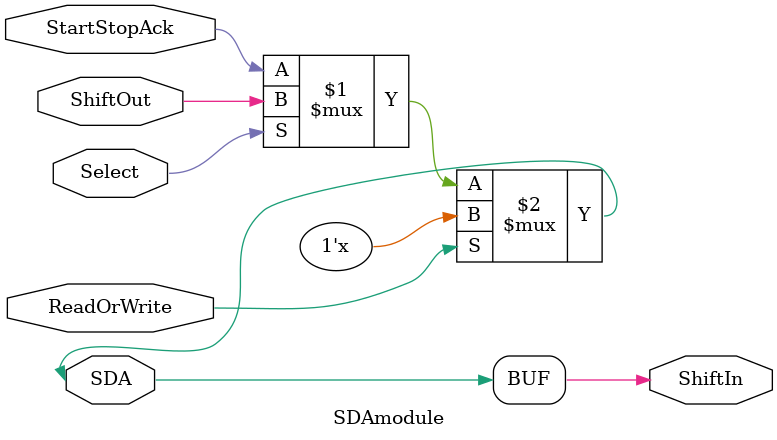
<source format=v>
`timescale 1ns / 1ps
module SDAmodule(
	input ReadOrWrite, 
	input Select, 
	input ShiftOut,
	input StartStopAck,
	output ShiftIn,
	inout SDA
	);
	
	assign ShiftIn=SDA;

assign SDA=(ReadOrWrite) ? 1'bZ:((Select) ? ShiftOut:StartStopAck);

endmodule
/*	
always @*
if (ReadOrWrite==1) begin ShiftIn <= 1'bz; end
else 
		begin
		if (Select==1) begin ShiftIn <= ShiftOut; end 
		if (Select==0)  begin ShiftIn <= StartStopAck; end
		end 
*/
</source>
